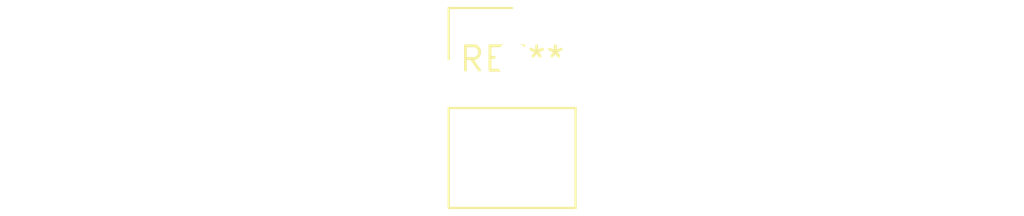
<source format=kicad_pcb>
(kicad_pcb (version 20240108) (generator pcbnew)
  (layers (0 "F.Cu" signal) (31 "B.Cu" signal) (34 "B.Paste" user) (35 "F.Paste" user) (36 "B.SilkS" user "B.Silkscreen") (37 "F.SilkS" user "F.Silkscreen") (38 "B.Mask" user) (39 "F.Mask" user) (44 "Edge.Cuts" user))
  (net 0 "")
  (footprint "Samtec_HPM-02-05-x-S_Straight_1x02_Pitch5.08mm" (layer "F.Cu") (at 0 0)
    (property "Reference" "REF**")
    (property "Value" "Samtec_HPM-02-05-x-S_Straight_1x02_Pitch5.08mm")
    (fp_line (start -3.285 -2.65) (end 0 -2.65) (layer "F.SilkS") (stroke (width 0.12)))
    (fp_line (start -3.285 0) (end -3.285 -2.65) (layer "F.SilkS") (stroke (width 0.12)))
    (fp_line (start -3.285 2.54) (end -3.285 7.73) (layer "F.SilkS") (stroke (width 0.12)))
    (fp_line (start -3.285 2.54) (end 3.285 2.54) (layer "F.SilkS") (stroke (width 0.12)))
    (fp_line (start -3.285 7.73) (end 3.285 7.73) (layer "F.SilkS") (stroke (width 0.12)))
    (fp_line (start 3.285 2.54) (end 3.285 7.73) (layer "F.SilkS") (stroke (width 0.12)))
    (pad "1" thru_hole rect (at 0 0) (size 2.8 2.8) (drill 1.75) (layers *.Cu *.Mask) (remove_unused_layers))
    (pad "2" thru_hole circle (at 0 5.08) (size 2.8 2.8) (drill 1.75) (layers *.Cu *.Mask) (remove_unused_layers))
  )
)
</source>
